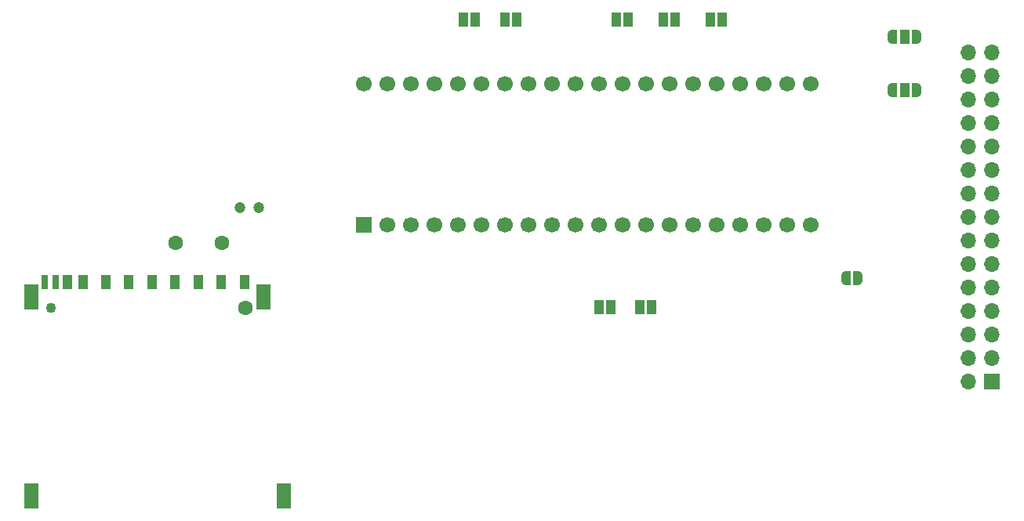
<source format=gbr>
G04 #@! TF.GenerationSoftware,KiCad,Pcbnew,(6.0.0-0)*
G04 #@! TF.CreationDate,2022-04-11T17:58:48+02:00*
G04 #@! TF.ProjectId,ACSI2SD MSTE,41435349-3253-4442-904d-5354452e6b69,1.1*
G04 #@! TF.SameCoordinates,Original*
G04 #@! TF.FileFunction,Soldermask,Top*
G04 #@! TF.FilePolarity,Negative*
%FSLAX46Y46*%
G04 Gerber Fmt 4.6, Leading zero omitted, Abs format (unit mm)*
G04 Created by KiCad (PCBNEW (6.0.0-0)) date 2022-04-11 17:58:48*
%MOMM*%
%LPD*%
G01*
G04 APERTURE LIST*
G04 Aperture macros list*
%AMFreePoly0*
4,1,22,0.550000,-0.750000,0.000000,-0.750000,0.000000,-0.745033,-0.079941,-0.743568,-0.215256,-0.701293,-0.333266,-0.622738,-0.424486,-0.514219,-0.481581,-0.384460,-0.499164,-0.250000,-0.500000,-0.250000,-0.500000,0.250000,-0.499164,0.250000,-0.499963,0.256109,-0.478152,0.396186,-0.417904,0.524511,-0.324060,0.630769,-0.204165,0.706417,-0.067858,0.745374,0.000000,0.744959,0.000000,0.750000,
0.550000,0.750000,0.550000,-0.750000,0.550000,-0.750000,$1*%
%AMFreePoly1*
4,1,20,0.000000,0.744959,0.073905,0.744508,0.209726,0.703889,0.328688,0.626782,0.421226,0.519385,0.479903,0.390333,0.500000,0.250000,0.500000,-0.250000,0.499851,-0.262216,0.476331,-0.402017,0.414519,-0.529596,0.319384,-0.634700,0.198574,-0.708877,0.061801,-0.746166,0.000000,-0.745033,0.000000,-0.750000,-0.550000,-0.750000,-0.550000,0.750000,0.000000,0.750000,0.000000,0.744959,
0.000000,0.744959,$1*%
%AMFreePoly2*
4,1,22,0.500000,-0.750000,0.000000,-0.750000,0.000000,-0.745033,-0.079941,-0.743568,-0.215256,-0.701293,-0.333266,-0.622738,-0.424486,-0.514219,-0.481581,-0.384460,-0.499164,-0.250000,-0.500000,-0.250000,-0.500000,0.250000,-0.499164,0.250000,-0.499963,0.256109,-0.478152,0.396186,-0.417904,0.524511,-0.324060,0.630769,-0.204165,0.706417,-0.067858,0.745374,0.000000,0.744959,0.000000,0.750000,
0.500000,0.750000,0.500000,-0.750000,0.500000,-0.750000,$1*%
%AMFreePoly3*
4,1,20,0.000000,0.744959,0.073905,0.744508,0.209726,0.703889,0.328688,0.626782,0.421226,0.519385,0.479903,0.390333,0.500000,0.250000,0.500000,-0.250000,0.499851,-0.262216,0.476331,-0.402017,0.414519,-0.529596,0.319384,-0.634700,0.198574,-0.708877,0.061801,-0.746166,0.000000,-0.745033,0.000000,-0.750000,-0.500000,-0.750000,-0.500000,0.750000,0.000000,0.750000,0.000000,0.744959,
0.000000,0.744959,$1*%
G04 Aperture macros list end*
%ADD10R,1.000000X1.500000*%
%ADD11R,1.700000X1.700000*%
%ADD12C,1.700000*%
%ADD13FreePoly0,0.000000*%
%ADD14FreePoly1,0.000000*%
%ADD15C,1.100000*%
%ADD16C,1.600000*%
%ADD17R,0.700000X1.500000*%
%ADD18R,1.500000X2.800000*%
%ADD19FreePoly2,180.000000*%
%ADD20FreePoly3,180.000000*%
%ADD21C,1.200000*%
%ADD22O,1.700000X1.700000*%
G04 APERTURE END LIST*
D10*
G04 #@! TO.C,JP6*
X169530000Y-135255000D03*
X170830000Y-135255000D03*
G04 #@! TD*
D11*
G04 #@! TO.C,U1*
X144145000Y-126365000D03*
D12*
X146685000Y-126365000D03*
X149225000Y-126365000D03*
X151765000Y-126365000D03*
X154305000Y-126365000D03*
X156845000Y-126365000D03*
X159385000Y-126365000D03*
X161925000Y-126365000D03*
X164465000Y-126365000D03*
X167005000Y-126365000D03*
X169545000Y-126365000D03*
X172085000Y-126365000D03*
X174625000Y-126365000D03*
X177165000Y-126365000D03*
X179705000Y-126365000D03*
X182245000Y-126365000D03*
X184785000Y-126365000D03*
X187325000Y-126365000D03*
X189865000Y-126365000D03*
X192405000Y-126365000D03*
X192405000Y-111125000D03*
X189865000Y-111125000D03*
X187325000Y-111125000D03*
X184785000Y-111125000D03*
X182245000Y-111125000D03*
X179705000Y-111125000D03*
X177165000Y-111125000D03*
X174625000Y-111125000D03*
X172085000Y-111125000D03*
X169545000Y-111125000D03*
X167005000Y-111125000D03*
X164465000Y-111125000D03*
X161925000Y-111125000D03*
X159385000Y-111125000D03*
X156845000Y-111125000D03*
X154305000Y-111125000D03*
X151765000Y-111125000D03*
X149225000Y-111125000D03*
X146685000Y-111125000D03*
X144145000Y-111125000D03*
G04 #@! TD*
D13*
G04 #@! TO.C,JP10*
X201265000Y-111760000D03*
D10*
X202565000Y-111760000D03*
D14*
X203865000Y-111760000D03*
G04 #@! TD*
D15*
G04 #@! TO.C,J2*
X110421000Y-135305000D03*
D16*
X131421000Y-135305000D03*
D10*
X128795000Y-132505000D03*
X126295000Y-132505000D03*
X123795000Y-132505000D03*
X121295000Y-132505000D03*
X118795000Y-132505000D03*
X116295000Y-132505000D03*
X113870000Y-132505000D03*
X112170000Y-132505000D03*
X131295000Y-132505000D03*
D17*
X110870000Y-132505000D03*
X109670000Y-132505000D03*
D18*
X108270000Y-134105000D03*
X133371000Y-134105000D03*
X108270000Y-155605000D03*
X135570000Y-155605000D03*
G04 #@! TD*
D10*
G04 #@! TO.C,JP1*
X181595000Y-104140000D03*
X182895000Y-104140000D03*
G04 #@! TD*
D19*
G04 #@! TO.C,JP8*
X197500000Y-132080000D03*
D20*
X196200000Y-132080000D03*
G04 #@! TD*
D10*
G04 #@! TO.C,JP2*
X176515000Y-104140000D03*
X177815000Y-104140000D03*
G04 #@! TD*
D13*
G04 #@! TO.C,JP9*
X201265000Y-106045000D03*
D10*
X202565000Y-106045000D03*
D14*
X203865000Y-106045000D03*
G04 #@! TD*
D21*
G04 #@! TO.C,C2*
X130810000Y-124460000D03*
X132810000Y-124460000D03*
G04 #@! TD*
D10*
G04 #@! TO.C,JP3*
X171435000Y-104140000D03*
X172735000Y-104140000D03*
G04 #@! TD*
D16*
G04 #@! TO.C,C1*
X123865000Y-128270000D03*
X128865000Y-128270000D03*
G04 #@! TD*
D10*
G04 #@! TO.C,JP4*
X154925000Y-104140000D03*
X156225000Y-104140000D03*
G04 #@! TD*
G04 #@! TO.C,JP7*
X173975000Y-135255000D03*
X175275000Y-135255000D03*
G04 #@! TD*
G04 #@! TO.C,JP5*
X159370000Y-104140000D03*
X160670000Y-104140000D03*
G04 #@! TD*
D11*
G04 #@! TO.C,J1*
X212000000Y-143300000D03*
D22*
X209460000Y-143300000D03*
X212000000Y-140760000D03*
X209460000Y-140760000D03*
X212000000Y-138220000D03*
X209460000Y-138220000D03*
X212000000Y-135680000D03*
X209460000Y-135680000D03*
X212000000Y-133140000D03*
X209460000Y-133140000D03*
X212000000Y-130600000D03*
X209460000Y-130600000D03*
X212000000Y-128060000D03*
X209460000Y-128060000D03*
X212000000Y-125520000D03*
X209460000Y-125520000D03*
X212000000Y-122980000D03*
X209460000Y-122980000D03*
X212000000Y-120440000D03*
X209460000Y-120440000D03*
X212000000Y-117900000D03*
X209460000Y-117900000D03*
X212000000Y-115360000D03*
X209460000Y-115360000D03*
X212000000Y-112820000D03*
X209460000Y-112820000D03*
X212000000Y-110280000D03*
X209460000Y-110280000D03*
X212000000Y-107740000D03*
X209460000Y-107740000D03*
G04 #@! TD*
M02*

</source>
